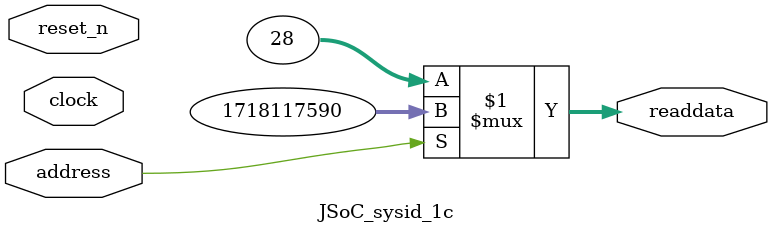
<source format=v>

`timescale 1ns / 1ps
// synthesis translate_on

// turn off superfluous verilog processor warnings 
// altera message_level Level1 
// altera message_off 10034 10035 10036 10037 10230 10240 10030 

module JSoC_sysid_1c (
               // inputs:
                address,
                clock,
                reset_n,

               // outputs:
                readdata
             )
;

  output  [ 31: 0] readdata;
  input            address;
  input            clock;
  input            reset_n;

  wire    [ 31: 0] readdata;
  //control_slave, which is an e_avalon_slave
  assign readdata = address ? 1718117590 : 28;

endmodule




</source>
